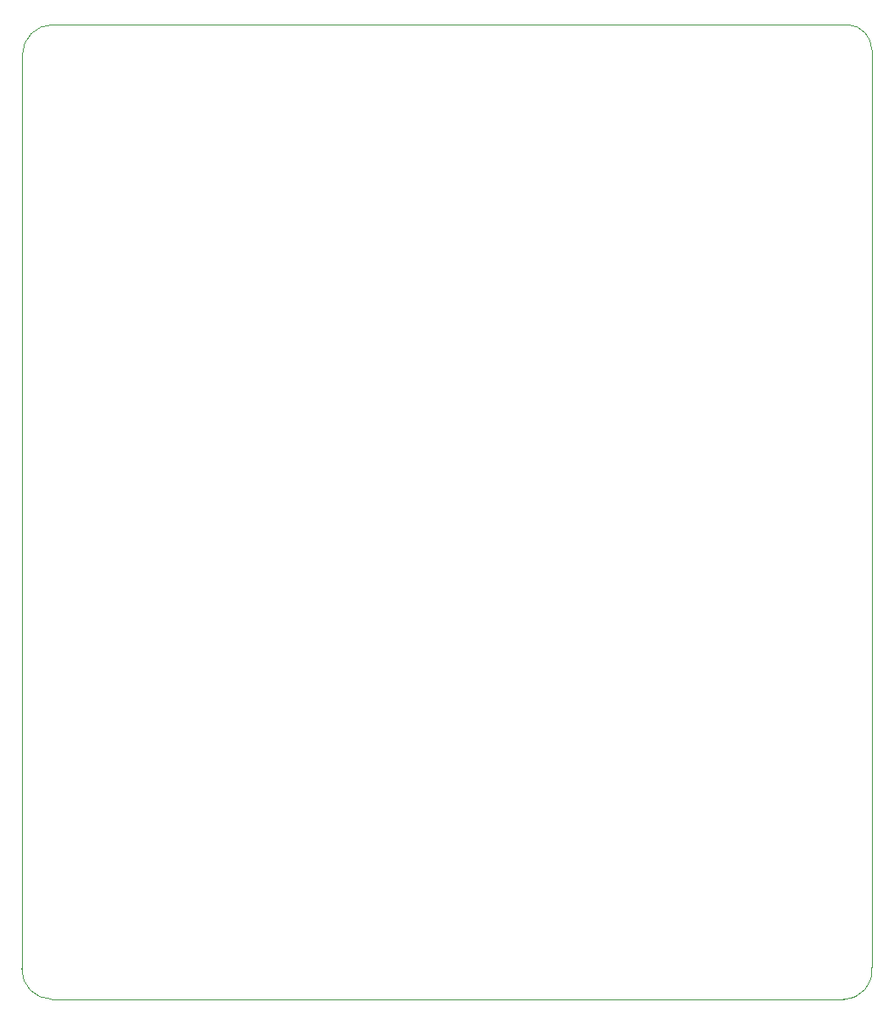
<source format=gm1>
G04 #@! TF.GenerationSoftware,KiCad,Pcbnew,6.0.4-6f826c9f35~116~ubuntu18.04.1*
G04 #@! TF.CreationDate,2022-04-20T12:00:40+08:00*
G04 #@! TF.ProjectId,Nucleo_F446Shield_v2,4e75636c-656f-45f4-9634-343653686965,rev?*
G04 #@! TF.SameCoordinates,Original*
G04 #@! TF.FileFunction,Profile,NP*
%FSLAX46Y46*%
G04 Gerber Fmt 4.6, Leading zero omitted, Abs format (unit mm)*
G04 Created by KiCad (PCBNEW 6.0.4-6f826c9f35~116~ubuntu18.04.1) date 2022-04-20 12:00:40*
%MOMM*%
%LPD*%
G01*
G04 APERTURE LIST*
G04 #@! TA.AperFunction,Profile*
%ADD10C,0.100000*%
G04 #@! TD*
G04 APERTURE END LIST*
D10*
X126492000Y-131317955D02*
G75*
G03*
X129286000Y-128143000I0J2816855D01*
G01*
X44274101Y-128270001D02*
G75*
G03*
X47244000Y-131318000I2969899J-77099D01*
G01*
X129285970Y-36449000D02*
G75*
G03*
X126873000Y-33909000I-2535870J7100D01*
G01*
X47244000Y-131318000D02*
X126492000Y-131318000D01*
X126873000Y-33909000D02*
X47371000Y-33909000D01*
X44323000Y-36957000D02*
X44274055Y-128270000D01*
X129286000Y-128143000D02*
X129286000Y-36449000D01*
X47371000Y-33909000D02*
G75*
G03*
X44323000Y-36957000I0J-3048000D01*
G01*
M02*

</source>
